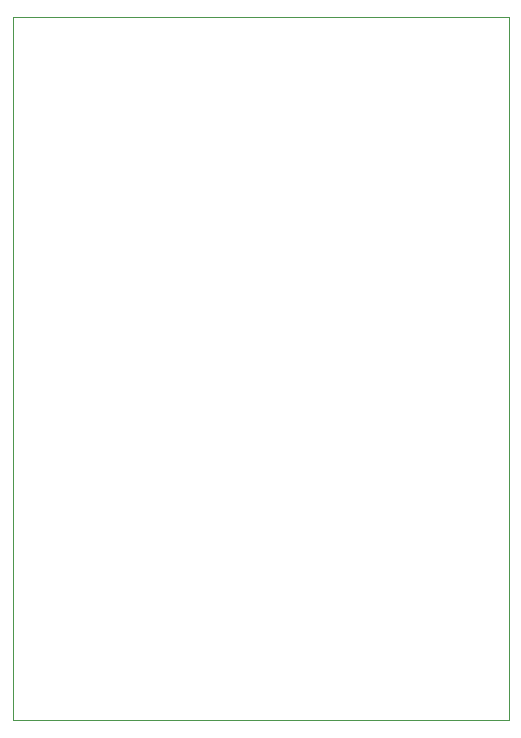
<source format=gbr>
%TF.GenerationSoftware,KiCad,Pcbnew,8.0.5*%
%TF.CreationDate,2025-02-08T11:35:47+01:00*%
%TF.ProjectId,ESP32 adon,45535033-3220-4616-946f-6e2e6b696361,rev?*%
%TF.SameCoordinates,Original*%
%TF.FileFunction,Profile,NP*%
%FSLAX46Y46*%
G04 Gerber Fmt 4.6, Leading zero omitted, Abs format (unit mm)*
G04 Created by KiCad (PCBNEW 8.0.5) date 2025-02-08 11:35:47*
%MOMM*%
%LPD*%
G01*
G04 APERTURE LIST*
%TA.AperFunction,Profile*%
%ADD10C,0.050000*%
%TD*%
G04 APERTURE END LIST*
D10*
X50000000Y-109500000D02*
X92000000Y-109500000D01*
X92000000Y-109500000D02*
X92000000Y-50000000D01*
X92000000Y-50000000D02*
X50000000Y-50000000D01*
X50000000Y-50000000D02*
X50000000Y-109500000D01*
M02*

</source>
